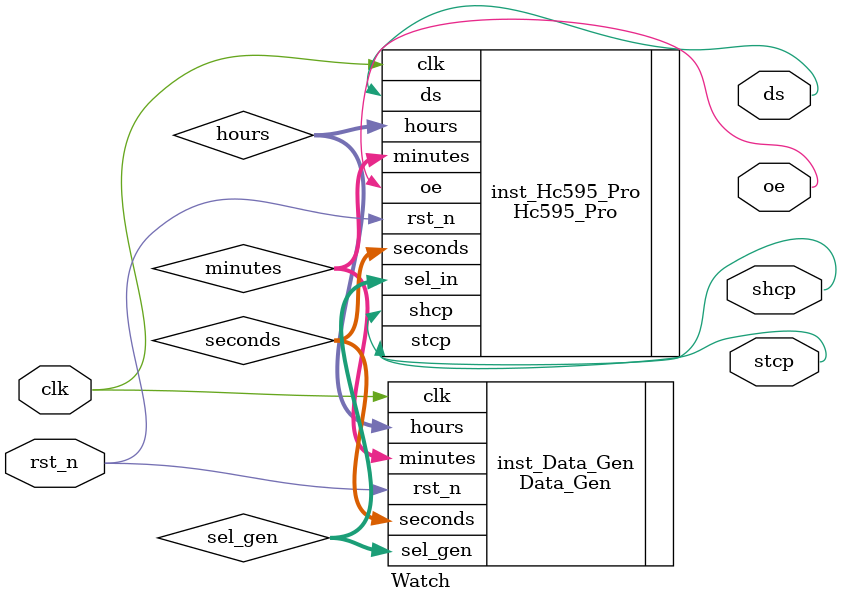
<source format=v>
module Watch (
	input clk,
	input rst_n,
	output ds,
	output shcp,
	output stcp,
	output oe
);

	wire [7:0] hours;
	wire [7:0] minutes;
	wire [7:0] seconds;
	wire [5:0] sel_gen;

    Data_Gen inst_Data_Gen 
	(
		.clk(clk),
		.rst_n(rst_n),
		.hours(hours),
		.minutes(minutes),
		.seconds(seconds),
		.sel_gen(sel_gen)
	);

	Hc595_Pro inst_Hc595_Pro (
		.clk(clk),
		.rst_n(rst_n),
		.hours(hours),
		.minutes(minutes),
		.seconds(seconds),
		.sel_in(sel_gen),
		.ds(ds),
		.shcp(shcp),
		.stcp(stcp),
		.oe(oe)
);

endmodule

</source>
